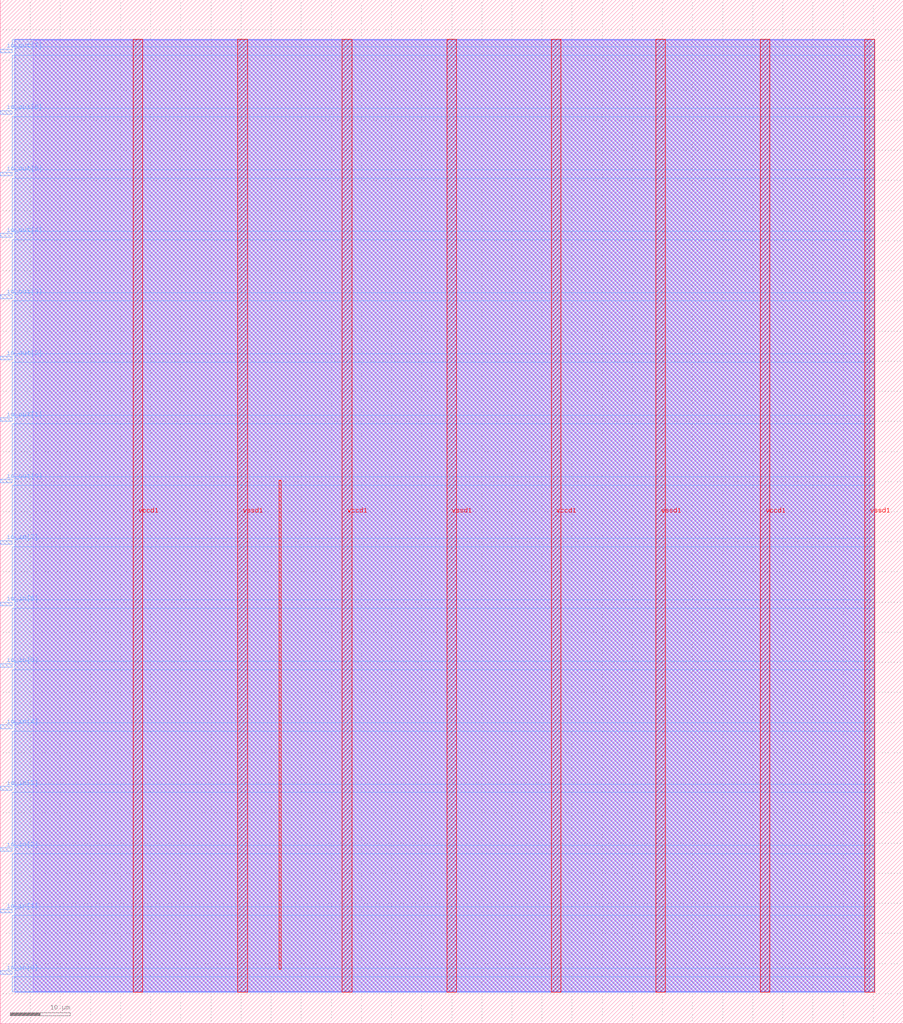
<source format=lef>
VERSION 5.7 ;
  NOWIREEXTENSIONATPIN ON ;
  DIVIDERCHAR "/" ;
  BUSBITCHARS "[]" ;
MACRO chase_the_beat
  CLASS BLOCK ;
  FOREIGN chase_the_beat ;
  ORIGIN 0.000 0.000 ;
  SIZE 150.000 BY 170.000 ;
  PIN io_in[0]
    DIRECTION INPUT ;
    USE SIGNAL ;
    PORT
      LAYER met3 ;
        RECT 0.000 8.200 2.000 8.800 ;
    END
  END io_in[0]
  PIN io_in[1]
    DIRECTION INPUT ;
    USE SIGNAL ;
    PORT
      LAYER met3 ;
        RECT 0.000 18.400 2.000 19.000 ;
    END
  END io_in[1]
  PIN io_in[2]
    DIRECTION INPUT ;
    USE SIGNAL ;
    PORT
      LAYER met3 ;
        RECT 0.000 28.600 2.000 29.200 ;
    END
  END io_in[2]
  PIN io_in[3]
    DIRECTION INPUT ;
    USE SIGNAL ;
    PORT
      LAYER met3 ;
        RECT 0.000 38.800 2.000 39.400 ;
    END
  END io_in[3]
  PIN io_in[4]
    DIRECTION INPUT ;
    USE SIGNAL ;
    PORT
      LAYER met3 ;
        RECT 0.000 49.000 2.000 49.600 ;
    END
  END io_in[4]
  PIN io_in[5]
    DIRECTION INPUT ;
    USE SIGNAL ;
    PORT
      LAYER met3 ;
        RECT 0.000 59.200 2.000 59.800 ;
    END
  END io_in[5]
  PIN io_in[6]
    DIRECTION INPUT ;
    USE SIGNAL ;
    PORT
      LAYER met3 ;
        RECT 0.000 69.400 2.000 70.000 ;
    END
  END io_in[6]
  PIN io_in[7]
    DIRECTION INPUT ;
    USE SIGNAL ;
    PORT
      LAYER met3 ;
        RECT 0.000 79.600 2.000 80.200 ;
    END
  END io_in[7]
  PIN io_out[0]
    DIRECTION OUTPUT TRISTATE ;
    USE SIGNAL ;
    PORT
      LAYER met3 ;
        RECT 0.000 89.800 2.000 90.400 ;
    END
  END io_out[0]
  PIN io_out[1]
    DIRECTION OUTPUT TRISTATE ;
    USE SIGNAL ;
    PORT
      LAYER met3 ;
        RECT 0.000 100.000 2.000 100.600 ;
    END
  END io_out[1]
  PIN io_out[2]
    DIRECTION OUTPUT TRISTATE ;
    USE SIGNAL ;
    PORT
      LAYER met3 ;
        RECT 0.000 110.200 2.000 110.800 ;
    END
  END io_out[2]
  PIN io_out[3]
    DIRECTION OUTPUT TRISTATE ;
    USE SIGNAL ;
    PORT
      LAYER met3 ;
        RECT 0.000 120.400 2.000 121.000 ;
    END
  END io_out[3]
  PIN io_out[4]
    DIRECTION OUTPUT TRISTATE ;
    USE SIGNAL ;
    PORT
      LAYER met3 ;
        RECT 0.000 130.600 2.000 131.200 ;
    END
  END io_out[4]
  PIN io_out[5]
    DIRECTION OUTPUT TRISTATE ;
    USE SIGNAL ;
    PORT
      LAYER met3 ;
        RECT 0.000 140.800 2.000 141.400 ;
    END
  END io_out[5]
  PIN io_out[6]
    DIRECTION OUTPUT TRISTATE ;
    USE SIGNAL ;
    PORT
      LAYER met3 ;
        RECT 0.000 151.000 2.000 151.600 ;
    END
  END io_out[6]
  PIN io_out[7]
    DIRECTION OUTPUT TRISTATE ;
    USE SIGNAL ;
    PORT
      LAYER met3 ;
        RECT 0.000 161.200 2.000 161.800 ;
    END
  END io_out[7]
  PIN vccd1
    DIRECTION INOUT ;
    USE POWER ;
    PORT
      LAYER met4 ;
        RECT 22.085 5.200 23.685 163.440 ;
    END
    PORT
      LAYER met4 ;
        RECT 56.815 5.200 58.415 163.440 ;
    END
    PORT
      LAYER met4 ;
        RECT 91.545 5.200 93.145 163.440 ;
    END
    PORT
      LAYER met4 ;
        RECT 126.275 5.200 127.875 163.440 ;
    END
  END vccd1
  PIN vssd1
    DIRECTION INOUT ;
    USE GROUND ;
    PORT
      LAYER met4 ;
        RECT 39.450 5.200 41.050 163.440 ;
    END
    PORT
      LAYER met4 ;
        RECT 74.180 5.200 75.780 163.440 ;
    END
    PORT
      LAYER met4 ;
        RECT 108.910 5.200 110.510 163.440 ;
    END
    PORT
      LAYER met4 ;
        RECT 143.640 5.200 145.240 163.440 ;
    END
  END vssd1
  OBS
      LAYER li1 ;
        RECT 5.520 5.355 144.440 163.285 ;
      LAYER met1 ;
        RECT 2.370 5.200 145.240 163.440 ;
      LAYER met2 ;
        RECT 2.390 5.255 145.210 163.385 ;
      LAYER met3 ;
        RECT 2.000 162.200 145.230 163.365 ;
        RECT 2.400 160.800 145.230 162.200 ;
        RECT 2.000 152.000 145.230 160.800 ;
        RECT 2.400 150.600 145.230 152.000 ;
        RECT 2.000 141.800 145.230 150.600 ;
        RECT 2.400 140.400 145.230 141.800 ;
        RECT 2.000 131.600 145.230 140.400 ;
        RECT 2.400 130.200 145.230 131.600 ;
        RECT 2.000 121.400 145.230 130.200 ;
        RECT 2.400 120.000 145.230 121.400 ;
        RECT 2.000 111.200 145.230 120.000 ;
        RECT 2.400 109.800 145.230 111.200 ;
        RECT 2.000 101.000 145.230 109.800 ;
        RECT 2.400 99.600 145.230 101.000 ;
        RECT 2.000 90.800 145.230 99.600 ;
        RECT 2.400 89.400 145.230 90.800 ;
        RECT 2.000 80.600 145.230 89.400 ;
        RECT 2.400 79.200 145.230 80.600 ;
        RECT 2.000 70.400 145.230 79.200 ;
        RECT 2.400 69.000 145.230 70.400 ;
        RECT 2.000 60.200 145.230 69.000 ;
        RECT 2.400 58.800 145.230 60.200 ;
        RECT 2.000 50.000 145.230 58.800 ;
        RECT 2.400 48.600 145.230 50.000 ;
        RECT 2.000 39.800 145.230 48.600 ;
        RECT 2.400 38.400 145.230 39.800 ;
        RECT 2.000 29.600 145.230 38.400 ;
        RECT 2.400 28.200 145.230 29.600 ;
        RECT 2.000 19.400 145.230 28.200 ;
        RECT 2.400 18.000 145.230 19.400 ;
        RECT 2.000 9.200 145.230 18.000 ;
        RECT 2.400 7.800 145.230 9.200 ;
        RECT 2.000 5.275 145.230 7.800 ;
      LAYER met4 ;
        RECT 46.295 9.015 46.625 90.265 ;
  END
END chase_the_beat
END LIBRARY


</source>
